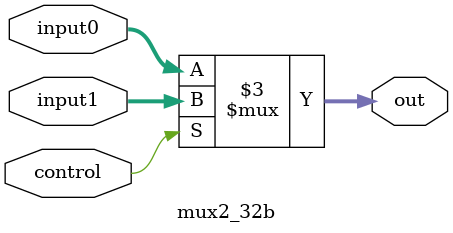
<source format=v>
module mux2_32b (input0, input1, control, out);

	input [31:0] input0, input1;
	input control;
	output reg [31:0] out;
	
	always @(control or input0 or input1) begin
		if(control) begin
			out = input1;
		end else begin
			out = input0;
		end
	end

endmodule
</source>
